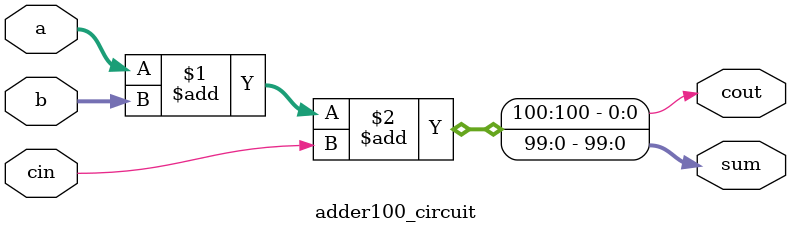
<source format=v>
module adder100_circuit( 
   input [99:0] a, b,
   input cin,
   output cout,
   output [99:0] sum 
);
   assign {cout, sum} = a+b+cin;
endmodule 
</source>
